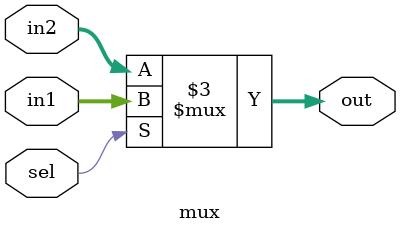
<source format=v>
module mux 
# (parameter W = 32)
(input [W-1:0] in1, input [W-1:0] in2, input sel, output reg [W-1:0] out );


always @ (*) begin
   
//$display("--------mux---------");
//$monitor ($time, " in1=%d, in2=%d, in3=%d, out=%d", in1, in2, sel, out);
   if (sel)
	out =in1;
   else
	out =in2;
end

endmodule

</source>
